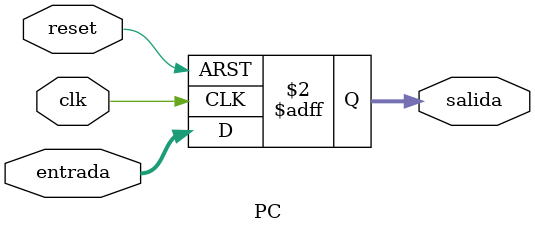
<source format=sv>
module PC #(parameter N = 32) (input logic clk,
												input logic reset,
												input logic [N-1:0] entrada,
												output logic [N-1:0] salida );
												
always_ff @(posedge clk, posedge reset)

if (reset) salida <= '0;

else salida <= entrada;
 
endmodule 
</source>
